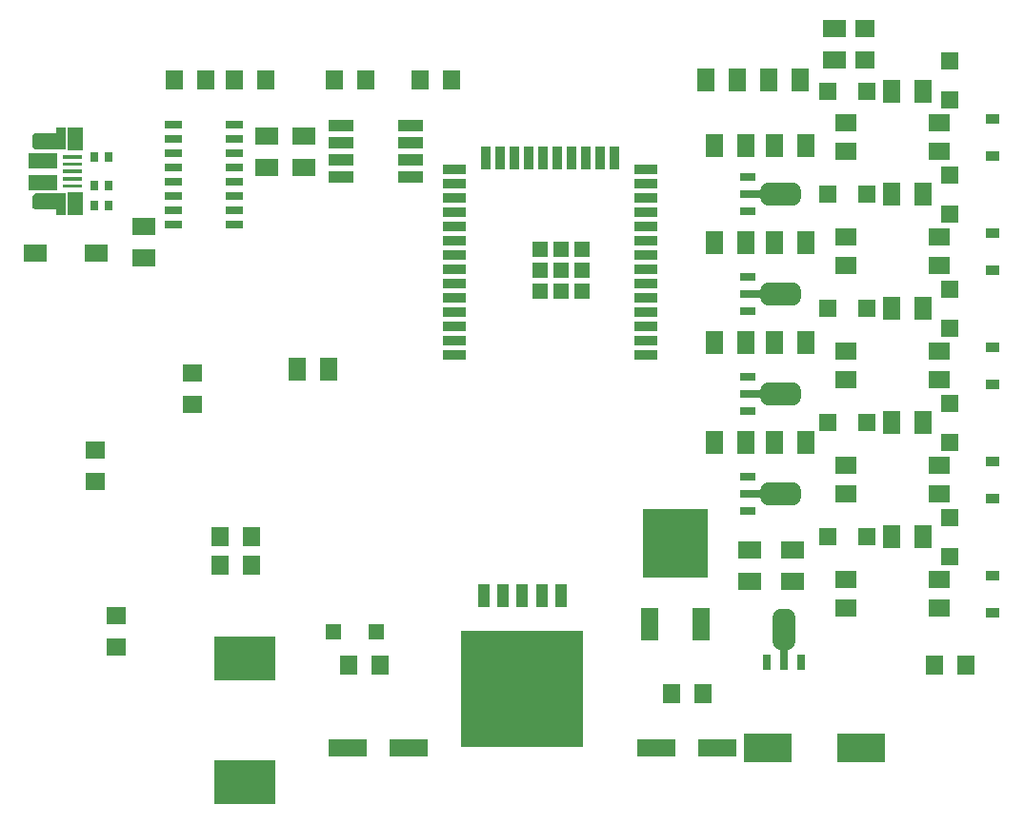
<source format=gtp>
G04 EAGLE Gerber RS-274X export*
G75*
%MOMM*%
%FSLAX34Y34*%
%LPD*%
%INSolderpaste Top*%
%IPPOS*%
%AMOC8*
5,1,8,0,0,1.08239X$1,22.5*%
G01*
%ADD10R,4.300000X2.500000*%
%ADD11R,1.600000X1.800000*%
%ADD12R,1.800000X1.600000*%
%ADD13R,3.500000X1.600000*%
%ADD14R,1.400000X1.400000*%
%ADD15R,1.220000X0.910000*%
%ADD16R,10.800000X10.410000*%
%ADD17R,1.066800X2.159000*%
%ADD18R,1.460000X2.000000*%
%ADD19R,2.500000X1.425000*%
%ADD20R,1.900000X1.500000*%
%ADD21R,5.500000X4.000000*%
%ADD22R,0.700000X0.900000*%
%ADD23R,1.500000X1.500000*%
%ADD24R,5.800000X6.200000*%
%ADD25R,1.600000X3.000000*%
%ADD26R,2.000000X1.600000*%
%ADD27R,1.600000X2.000000*%
%ADD28R,0.800000X1.400000*%
%ADD29R,0.800000X1.900000*%
%ADD30C,1.524000*%
%ADD31R,1.400000X0.800000*%
%ADD32R,1.900000X0.800000*%
%ADD33R,1.524000X0.635000*%
%ADD34R,2.000000X0.900000*%
%ADD35R,0.900000X2.000000*%
%ADD36R,1.330000X1.330000*%
%ADD37R,2.235200X1.016000*%

G36*
X51923Y539990D02*
X51923Y539990D01*
X51928Y539989D01*
X52021Y540010D01*
X52115Y540028D01*
X52119Y540031D01*
X52124Y540032D01*
X52202Y540088D01*
X52280Y540141D01*
X52283Y540145D01*
X52287Y540148D01*
X52338Y540230D01*
X52390Y540309D01*
X52390Y540314D01*
X52393Y540319D01*
X52425Y540496D01*
X52425Y559292D01*
X52424Y559297D01*
X52425Y559302D01*
X52404Y559395D01*
X52386Y559489D01*
X52383Y559493D01*
X52382Y559498D01*
X52326Y559576D01*
X52273Y559654D01*
X52269Y559657D01*
X52266Y559661D01*
X52184Y559712D01*
X52105Y559764D01*
X52100Y559764D01*
X52095Y559767D01*
X51918Y559799D01*
X26518Y559799D01*
X26492Y559794D01*
X26461Y559796D01*
X25726Y559713D01*
X25679Y559698D01*
X25616Y559688D01*
X24918Y559444D01*
X24875Y559419D01*
X24815Y559395D01*
X24189Y559001D01*
X24154Y558967D01*
X24101Y558930D01*
X23578Y558407D01*
X23550Y558366D01*
X23507Y558319D01*
X23114Y557693D01*
X23096Y557646D01*
X23064Y557590D01*
X22820Y556892D01*
X22813Y556843D01*
X22795Y556782D01*
X22712Y556047D01*
X22714Y556020D01*
X22709Y555990D01*
X22709Y548624D01*
X22712Y548610D01*
X22710Y548602D01*
X22713Y548588D01*
X22712Y548567D01*
X22788Y547889D01*
X22803Y547842D01*
X22814Y547778D01*
X23039Y547134D01*
X23064Y547092D01*
X23088Y547032D01*
X23451Y546454D01*
X23485Y546418D01*
X23522Y546365D01*
X24005Y545882D01*
X24046Y545855D01*
X24094Y545811D01*
X24672Y545448D01*
X24718Y545431D01*
X24774Y545399D01*
X25418Y545174D01*
X25467Y545167D01*
X25529Y545148D01*
X26207Y545072D01*
X26234Y545074D01*
X26264Y545069D01*
X43537Y545069D01*
X43537Y540496D01*
X43538Y540491D01*
X43537Y540486D01*
X43558Y540393D01*
X43576Y540300D01*
X43579Y540295D01*
X43580Y540290D01*
X43636Y540212D01*
X43689Y540134D01*
X43693Y540131D01*
X43696Y540127D01*
X43778Y540076D01*
X43857Y540024D01*
X43862Y540024D01*
X43867Y540021D01*
X44044Y539989D01*
X51918Y539989D01*
X51923Y539990D01*
G37*
G36*
X51923Y598570D02*
X51923Y598570D01*
X51928Y598569D01*
X52021Y598590D01*
X52115Y598609D01*
X52119Y598612D01*
X52124Y598613D01*
X52202Y598668D01*
X52280Y598721D01*
X52283Y598726D01*
X52287Y598729D01*
X52338Y598810D01*
X52390Y598889D01*
X52390Y598895D01*
X52393Y598899D01*
X52425Y599076D01*
X52425Y617872D01*
X52424Y617878D01*
X52425Y617883D01*
X52404Y617976D01*
X52386Y618069D01*
X52383Y618073D01*
X52382Y618078D01*
X52326Y618156D01*
X52273Y618235D01*
X52269Y618238D01*
X52266Y618242D01*
X52184Y618292D01*
X52105Y618344D01*
X52100Y618345D01*
X52095Y618348D01*
X51918Y618380D01*
X44044Y618380D01*
X44039Y618379D01*
X44034Y618380D01*
X43941Y618359D01*
X43848Y618340D01*
X43843Y618337D01*
X43838Y618336D01*
X43760Y618281D01*
X43682Y618227D01*
X43679Y618223D01*
X43675Y618220D01*
X43624Y618139D01*
X43572Y618059D01*
X43572Y618054D01*
X43569Y618050D01*
X43537Y617872D01*
X43537Y613300D01*
X26264Y613300D01*
X26238Y613294D01*
X26207Y613296D01*
X25529Y613220D01*
X25482Y613205D01*
X25418Y613195D01*
X24774Y612969D01*
X24732Y612944D01*
X24672Y612920D01*
X24094Y612557D01*
X24058Y612523D01*
X24005Y612486D01*
X23522Y612003D01*
X23495Y611962D01*
X23451Y611915D01*
X23088Y611337D01*
X23071Y611291D01*
X23039Y611234D01*
X22814Y610590D01*
X22807Y610541D01*
X22788Y610479D01*
X22712Y609801D01*
X22714Y609775D01*
X22709Y609744D01*
X22709Y602378D01*
X22714Y602352D01*
X22712Y602322D01*
X22795Y601587D01*
X22810Y601540D01*
X22820Y601476D01*
X23064Y600778D01*
X23089Y600736D01*
X23114Y600676D01*
X23507Y600050D01*
X23541Y600014D01*
X23578Y599961D01*
X24101Y599438D01*
X24142Y599411D01*
X24189Y599367D01*
X24815Y598974D01*
X24862Y598956D01*
X24918Y598925D01*
X25616Y598680D01*
X25665Y598674D01*
X25726Y598655D01*
X26461Y598572D01*
X26488Y598575D01*
X26518Y598569D01*
X51918Y598569D01*
X51923Y598570D01*
G37*
G36*
X66627Y584126D02*
X66627Y584126D01*
X66644Y584123D01*
X66693Y584145D01*
X66745Y584160D01*
X66756Y584173D01*
X66772Y584180D01*
X66802Y584225D01*
X66837Y584265D01*
X66840Y584282D01*
X66849Y584297D01*
X66860Y584370D01*
X66860Y586870D01*
X66856Y586884D01*
X66858Y586896D01*
X66857Y586898D01*
X66858Y586903D01*
X66836Y586953D01*
X66821Y587004D01*
X66808Y587015D01*
X66801Y587031D01*
X66756Y587061D01*
X66716Y587096D01*
X66699Y587099D01*
X66684Y587108D01*
X66611Y587119D01*
X50361Y587119D01*
X50344Y587114D01*
X50327Y587117D01*
X50278Y587095D01*
X50227Y587080D01*
X50215Y587067D01*
X50200Y587060D01*
X50170Y587015D01*
X50135Y586975D01*
X50132Y586958D01*
X50123Y586944D01*
X50112Y586870D01*
X50112Y584370D01*
X50116Y584354D01*
X50114Y584337D01*
X50136Y584287D01*
X50151Y584236D01*
X50164Y584225D01*
X50171Y584209D01*
X50216Y584179D01*
X50256Y584144D01*
X50273Y584141D01*
X50287Y584132D01*
X50361Y584121D01*
X66611Y584121D01*
X66627Y584126D01*
G37*
G36*
X66627Y590626D02*
X66627Y590626D01*
X66644Y590623D01*
X66693Y590645D01*
X66745Y590660D01*
X66756Y590673D01*
X66772Y590680D01*
X66802Y590725D01*
X66837Y590765D01*
X66840Y590782D01*
X66849Y590797D01*
X66860Y590870D01*
X66860Y593370D01*
X66856Y593384D01*
X66858Y593396D01*
X66857Y593398D01*
X66858Y593403D01*
X66836Y593453D01*
X66821Y593504D01*
X66808Y593515D01*
X66801Y593531D01*
X66756Y593561D01*
X66716Y593596D01*
X66699Y593599D01*
X66684Y593608D01*
X66611Y593619D01*
X50361Y593619D01*
X50344Y593614D01*
X50327Y593617D01*
X50278Y593595D01*
X50227Y593580D01*
X50215Y593567D01*
X50200Y593560D01*
X50170Y593515D01*
X50135Y593475D01*
X50132Y593458D01*
X50123Y593444D01*
X50112Y593370D01*
X50112Y590870D01*
X50116Y590854D01*
X50114Y590837D01*
X50136Y590787D01*
X50151Y590736D01*
X50164Y590725D01*
X50171Y590709D01*
X50216Y590679D01*
X50256Y590644D01*
X50273Y590641D01*
X50287Y590632D01*
X50361Y590621D01*
X66611Y590621D01*
X66627Y590626D01*
G37*
G36*
X66627Y571126D02*
X66627Y571126D01*
X66644Y571123D01*
X66693Y571145D01*
X66745Y571160D01*
X66756Y571173D01*
X66772Y571180D01*
X66802Y571225D01*
X66837Y571265D01*
X66840Y571282D01*
X66849Y571297D01*
X66860Y571370D01*
X66860Y573870D01*
X66856Y573884D01*
X66858Y573896D01*
X66857Y573898D01*
X66858Y573903D01*
X66836Y573953D01*
X66821Y574004D01*
X66808Y574015D01*
X66801Y574031D01*
X66756Y574061D01*
X66716Y574096D01*
X66699Y574099D01*
X66684Y574108D01*
X66611Y574119D01*
X50361Y574119D01*
X50344Y574114D01*
X50327Y574117D01*
X50278Y574095D01*
X50227Y574080D01*
X50215Y574067D01*
X50200Y574060D01*
X50170Y574015D01*
X50135Y573975D01*
X50132Y573958D01*
X50123Y573944D01*
X50112Y573870D01*
X50112Y571370D01*
X50116Y571354D01*
X50114Y571337D01*
X50136Y571287D01*
X50151Y571236D01*
X50164Y571225D01*
X50171Y571209D01*
X50216Y571179D01*
X50256Y571144D01*
X50273Y571141D01*
X50287Y571132D01*
X50361Y571121D01*
X66611Y571121D01*
X66627Y571126D01*
G37*
G36*
X66627Y564626D02*
X66627Y564626D01*
X66644Y564623D01*
X66693Y564645D01*
X66745Y564660D01*
X66756Y564673D01*
X66772Y564680D01*
X66802Y564725D01*
X66837Y564765D01*
X66840Y564782D01*
X66849Y564797D01*
X66860Y564870D01*
X66860Y567370D01*
X66856Y567384D01*
X66858Y567396D01*
X66857Y567398D01*
X66858Y567403D01*
X66836Y567453D01*
X66821Y567504D01*
X66808Y567515D01*
X66801Y567531D01*
X66756Y567561D01*
X66716Y567596D01*
X66699Y567599D01*
X66684Y567608D01*
X66611Y567619D01*
X50361Y567619D01*
X50344Y567614D01*
X50327Y567617D01*
X50278Y567595D01*
X50227Y567580D01*
X50215Y567567D01*
X50200Y567560D01*
X50170Y567515D01*
X50135Y567475D01*
X50132Y567458D01*
X50123Y567444D01*
X50112Y567370D01*
X50112Y564870D01*
X50116Y564854D01*
X50114Y564837D01*
X50136Y564787D01*
X50151Y564736D01*
X50164Y564725D01*
X50171Y564709D01*
X50216Y564679D01*
X50256Y564644D01*
X50273Y564641D01*
X50287Y564632D01*
X50361Y564621D01*
X66611Y564621D01*
X66627Y564626D01*
G37*
G36*
X66627Y577626D02*
X66627Y577626D01*
X66644Y577623D01*
X66693Y577645D01*
X66745Y577660D01*
X66756Y577673D01*
X66772Y577680D01*
X66802Y577725D01*
X66837Y577765D01*
X66840Y577782D01*
X66849Y577797D01*
X66860Y577870D01*
X66860Y580370D01*
X66856Y580384D01*
X66858Y580396D01*
X66857Y580398D01*
X66858Y580403D01*
X66836Y580453D01*
X66821Y580504D01*
X66808Y580515D01*
X66801Y580531D01*
X66756Y580561D01*
X66716Y580596D01*
X66699Y580599D01*
X66684Y580608D01*
X66611Y580619D01*
X50361Y580619D01*
X50344Y580614D01*
X50327Y580617D01*
X50278Y580595D01*
X50227Y580580D01*
X50215Y580567D01*
X50200Y580560D01*
X50170Y580515D01*
X50135Y580475D01*
X50132Y580458D01*
X50123Y580444D01*
X50112Y580370D01*
X50112Y577870D01*
X50116Y577854D01*
X50114Y577837D01*
X50136Y577787D01*
X50151Y577736D01*
X50164Y577725D01*
X50171Y577709D01*
X50216Y577679D01*
X50256Y577644D01*
X50273Y577641D01*
X50287Y577632D01*
X50361Y577621D01*
X66611Y577621D01*
X66627Y577626D01*
G37*
D10*
X676656Y65786D03*
X759656Y65786D03*
D11*
X189200Y254000D03*
X217200Y254000D03*
D12*
X96774Y184180D03*
X96774Y156180D03*
X78740Y303500D03*
X78740Y331500D03*
X165100Y372080D03*
X165100Y400080D03*
D13*
X303200Y66040D03*
X357200Y66040D03*
D11*
X367000Y660400D03*
X395000Y660400D03*
X290800Y660400D03*
X318800Y660400D03*
X590520Y114300D03*
X618520Y114300D03*
D13*
X577520Y66040D03*
X631520Y66040D03*
D11*
X189200Y228600D03*
X217200Y228600D03*
X176560Y660400D03*
X148560Y660400D03*
X824200Y139700D03*
X852200Y139700D03*
X303500Y139700D03*
X331500Y139700D03*
D14*
X290118Y169164D03*
X328118Y169164D03*
D15*
X876300Y186825D03*
X876300Y219575D03*
X876300Y288425D03*
X876300Y321175D03*
X876300Y390025D03*
X876300Y422775D03*
X876300Y491625D03*
X876300Y524375D03*
X876300Y593225D03*
X876300Y625975D03*
D16*
X458216Y118364D03*
D17*
X492252Y201676D03*
X475234Y201676D03*
X458216Y201676D03*
X441198Y201676D03*
X424180Y201676D03*
D18*
X61170Y550120D03*
X61170Y608120D03*
D19*
X31670Y588745D03*
X31670Y569495D03*
D20*
X745900Y215900D03*
X745900Y190500D03*
X828900Y190500D03*
X828900Y215900D03*
X745900Y317500D03*
X745900Y292100D03*
X828900Y292100D03*
X828900Y317500D03*
X745900Y419100D03*
X745900Y393700D03*
X828900Y393700D03*
X828900Y419100D03*
X745900Y520700D03*
X745900Y495300D03*
X828900Y495300D03*
X828900Y520700D03*
X745900Y622300D03*
X745900Y596900D03*
X828900Y596900D03*
X828900Y622300D03*
D21*
X211836Y145932D03*
X211836Y35932D03*
D22*
X77320Y548640D03*
X90320Y548640D03*
X77320Y591820D03*
X90320Y591820D03*
X77320Y566420D03*
X90320Y566420D03*
D23*
X729260Y254000D03*
X764260Y254000D03*
X838200Y677900D03*
X838200Y642900D03*
X729260Y355600D03*
X764260Y355600D03*
X729260Y457200D03*
X764260Y457200D03*
X729260Y558800D03*
X764260Y558800D03*
X729260Y650240D03*
X764260Y650240D03*
X838200Y271500D03*
X838200Y236500D03*
X838200Y373100D03*
X838200Y338100D03*
X838200Y474700D03*
X838200Y439700D03*
X838200Y576300D03*
X838200Y541300D03*
D24*
X594106Y247828D03*
D25*
X571306Y176028D03*
X616906Y176028D03*
D26*
X660400Y214600D03*
X660400Y242600D03*
D27*
X709960Y601980D03*
X681960Y601980D03*
X786100Y254000D03*
X814100Y254000D03*
X786100Y355600D03*
X814100Y355600D03*
X786100Y457200D03*
X814100Y457200D03*
X786100Y558800D03*
X814100Y558800D03*
X285810Y403098D03*
X257810Y403098D03*
X628620Y337820D03*
X656620Y337820D03*
X676880Y660400D03*
X704880Y660400D03*
D26*
X121412Y501844D03*
X121412Y529844D03*
D27*
X621000Y660400D03*
X649000Y660400D03*
D26*
X735838Y678628D03*
X735838Y706628D03*
D27*
X786100Y650240D03*
X814100Y650240D03*
X628620Y426720D03*
X656620Y426720D03*
X628620Y515620D03*
X656620Y515620D03*
X628620Y601980D03*
X656620Y601980D03*
D26*
X698500Y214600D03*
X698500Y242600D03*
D27*
X709960Y337820D03*
X681960Y337820D03*
X709960Y426720D03*
X681960Y426720D03*
X709960Y515620D03*
X681960Y515620D03*
D28*
X675890Y142750D03*
X705870Y142750D03*
D29*
X690880Y145290D03*
D30*
X693420Y161330D02*
X688340Y161330D01*
X688340Y182590D01*
X693420Y182590D01*
X693420Y161330D01*
X693420Y175808D02*
X688340Y175808D01*
D31*
X658370Y307090D03*
X658370Y277110D03*
D32*
X660910Y292100D03*
D30*
X676950Y289560D02*
X676950Y294640D01*
X698210Y294640D01*
X698210Y289560D01*
X676950Y289560D01*
D31*
X658370Y395990D03*
X658370Y366010D03*
D32*
X660910Y381000D03*
D30*
X676950Y378460D02*
X676950Y383540D01*
X698210Y383540D01*
X698210Y378460D01*
X676950Y378460D01*
D31*
X658370Y484890D03*
X658370Y454910D03*
D32*
X660910Y469900D03*
D30*
X676950Y467360D02*
X676950Y472440D01*
X698210Y472440D01*
X698210Y467360D01*
X676950Y467360D01*
D31*
X658370Y573790D03*
X658370Y543810D03*
D32*
X660910Y558800D03*
D30*
X676950Y556260D02*
X676950Y561340D01*
X698210Y561340D01*
X698210Y556260D01*
X676950Y556260D01*
D33*
X148310Y608330D03*
X202210Y582930D03*
X148310Y621030D03*
X148310Y595630D03*
X148310Y582930D03*
X202210Y595630D03*
X202210Y570230D03*
X202210Y557530D03*
X148310Y557530D03*
X202210Y532130D03*
X148310Y570230D03*
X148310Y544830D03*
X202210Y544830D03*
X148310Y532130D03*
X202210Y608330D03*
X202210Y621030D03*
D34*
X567600Y581380D03*
X567600Y568680D03*
X567600Y555980D03*
X567600Y543280D03*
X567600Y530580D03*
X567600Y517880D03*
X567600Y505180D03*
X567600Y492480D03*
X567600Y479780D03*
X567600Y467080D03*
X567600Y454380D03*
X567600Y441680D03*
X567600Y428980D03*
X567600Y416280D03*
X397600Y581380D03*
X397600Y568680D03*
X397600Y555980D03*
X397600Y543280D03*
X397600Y530580D03*
X397600Y517880D03*
X397600Y505180D03*
X397600Y492480D03*
X397600Y479780D03*
X397600Y467080D03*
X397600Y454380D03*
X397600Y441680D03*
X397600Y428980D03*
X397600Y416280D03*
D35*
X476250Y591380D03*
X463550Y591380D03*
X450850Y591380D03*
X438150Y591380D03*
X425450Y591380D03*
X488950Y591380D03*
X501650Y591380D03*
X514350Y591380D03*
X527050Y591380D03*
X539750Y591380D03*
D36*
X492600Y491280D03*
X510950Y491280D03*
X474250Y491280D03*
X492600Y472930D03*
X510950Y472930D03*
X474250Y472930D03*
X492600Y509630D03*
X510950Y509630D03*
X474250Y509630D03*
D11*
X229900Y660400D03*
X201900Y660400D03*
D12*
X762762Y678628D03*
X762762Y706628D03*
D37*
X296672Y619760D03*
X296672Y604520D03*
X296672Y589280D03*
X296672Y574040D03*
X358648Y574040D03*
X358648Y589280D03*
X358648Y604520D03*
X358648Y619760D03*
D26*
X231140Y610900D03*
X231140Y582900D03*
X264160Y610900D03*
X264160Y582900D03*
X25578Y506222D03*
X79578Y506222D03*
M02*

</source>
